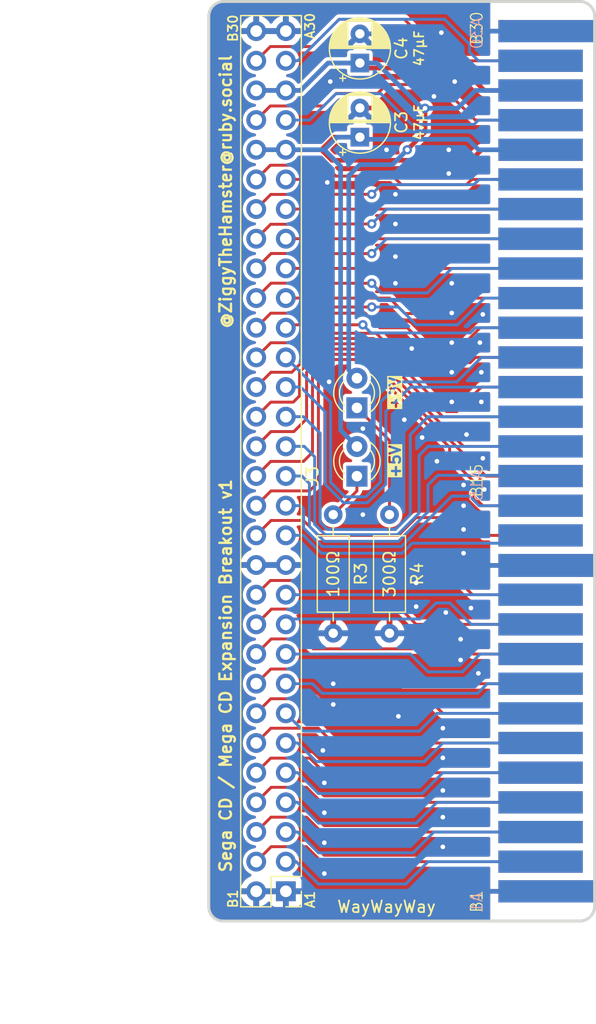
<source format=kicad_pcb>
(kicad_pcb (version 20221018) (generator pcbnew)
  (title_block (title "Sega CD / Mega CD Expansion Breakout") (date "2023-12-05") (rev "1") (company "@ZiggyTheHamster@ruby.social"))
  (layers (0 "F.Cu" signal) (31 "B.Cu" signal) (34 "B.Paste" user) (35 "F.Paste" user) (36 "B.SilkS" user "B.Silkscreen") (37 "F.SilkS" user "F.Silkscreen") (38 "B.Mask" user) (39 "F.Mask" user) (44 "Edge.Cuts" user))
  (net 0 "")
  (net 1 "VCC")
  (net 2 "+9V")
  (net 3 "Net-(D3-K)")
  (net 4 "Net-(D4-K)")
  (net 5 "A_{9}")
  (net 6 "A_{10}")
  (net 7 "A_{18}")
  (net 8 "A_{19}")
  (net 9 "~{ROM}")
  (net 10 "~{RAS2}")
  (net 11 "~{FDC}")
  (net 12 "FRES")
  (net 13 "~{DISK}")
  (net 14 "~{FDWR}")
  (net 15 "~{CAS0}")
  (net 16 "~{CAS2}")
  (net 17 "D_{15}")
  (net 18 "D_{14}")
  (net 19 "D_{13}")
  (net 20 "D_{12}")
  (net 21 "~{ASEL}")
  (net 22 "~{LWR}")
  (net 23 "~{UWR}")
  (net 24 "SL2")
  (net 25 "SR2")
  (net 26 "A_{8}")
  (net 27 "A_{11}")
  (net 28 "A_{7}")
  (net 29 "A_{12}")
  (net 30 "A_{6}")
  (net 31 "A_{13}")
  (net 32 "A_{5}")
  (net 33 "A_{14}")
  (net 34 "A_{4}")
  (net 35 "A_{15}")
  (net 36 "A_{3}")
  (net 37 "A_{16}")
  (net 38 "A_{2}")
  (net 39 "A_{17}")
  (net 40 "A_{1}")
  (net 41 "D_{7}")
  (net 42 "D_{0}")
  (net 43 "D_{8}")
  (net 44 "D_{6}")
  (net 45 "D_{1}")
  (net 46 "D_{9}")
  (net 47 "D_{5}")
  (net 48 "D_{2}")
  (net 49 "D_{10}")
  (net 50 "D_{4}")
  (net 51 "D_{3}")
  (net 52 "D_{11}")
  (net 53 "SL3")
  (net 54 "SR3")
  (net 55 "GND")
  (footprint "Sega:PinHeader_2x30_P2.54mm_Vertical_AB_Numbering" (layer "F.Cu") (at 96.266 136.139 180)
    (fp_text reference "J3")
    (fp_text value "Mega CD Header")
  )
  (footprint "LED_THT:LED_D3.0mm" (layer "F.Cu") (at 102.362 94.742 90)
    (fp_text reference "D4" hide)
    (fp_text value "+9V Indicator")
  )
  (footprint "Resistor_THT:R_Axial_DIN0207_L6.3mm_D2.5mm_P10.16mm_Horizontal" (layer "F.Cu") (at 100.33 103.886 -90)
    (fp_text reference "R3")
    (fp_text value "100Ω")
  )
  (footprint "LED_THT:LED_D3.0mm" (layer "F.Cu") (at 102.362 100.594 90)
    (fp_text reference "D3" hide)
    (fp_text value "+5V Indicator")
  )
  (footprint "Capacitor_THT:CP_Radial_D5.0mm_P2.50mm" (layer "F.Cu") (at 102.616 71.563113 90)
    (fp_text reference "C3")
    (fp_text value "47μF")
  )
  (footprint "Sega:MegaDrive_Exp_Edge" (layer "F.Cu") (at 118.3005 136.144 90)
    (fp_text reference "J4" hide)
    (fp_text value "Mega CD Edge Connector" hide)
    (fp_line (start -2.54 -4.445) (end -2.54 3.175) (stroke (width 0.254)) (layer "Edge.Cuts"))
    (fp_line (start -1.27 4.445) (end 74.93 4.445) (stroke (width 0.254)) (layer "Edge.Cuts"))
    (fp_line (start 76.2 3.175) (end 76.2 -4.445) (stroke (width 0.254)) (layer "Edge.Cuts"))
    (fp_arc (start -1.27 4.445) (mid -2.168026 4.073026) (end -2.54 3.175) (stroke (width 0.254)) (layer "Edge.Cuts"))
    (fp_arc (start 76.2 3.175) (mid 75.828026 4.073026) (end 74.93 4.445) (stroke (width 0.254)) (layer "Edge.Cuts"))
  )
  (footprint "Capacitor_THT:CP_Radial_D5.0mm_P2.50mm" (layer "F.Cu") (at 102.616 65.213113 90)
    (fp_text reference "C4")
    (fp_text value "47μF")
  )
  (footprint "Resistor_THT:R_Axial_DIN0207_L6.3mm_D2.5mm_P10.16mm_Horizontal" (layer "F.Cu") (at 105.156 103.886 -90)
    (fp_text reference "R4")
    (fp_text value "300Ω")
  )
  (gr_line (start 89.662 61.214) (end 89.662 137.457636) (stroke (width 0.253)) (layer "Edge.Cuts"))
  (gr_line (start 113.8555 138.684) (end 90.888591 138.684) (stroke (width 0.25)) (layer "Edge.Cuts"))
  (gr_line (start 113.8555 59.944) (end 90.932 59.944) (stroke (width 0.25)) (layer "Edge.Cuts"))
  (gr_arc (start 89.662 61.214) (mid 90.033975 60.315976) (end 90.932 59.944) (stroke (width 0.25)) (layer "Edge.Cuts"))
  (gr_arc (start 90.888591 138.684) (mid 90.021311 138.324848) (end 89.662 137.457636) (stroke (width 0.25)) (layer "Edge.Cuts"))
  (gr_text "A30" (at 98.806 63.246 90) (layer "F.SilkS") (effects (font (size 0.8 0.8) (thickness 0.15) bold) (justify left bottom)))
  (gr_text "WayWayWay" (at 100.584 138.049) (layer "F.SilkS") (effects (font (size 1 1)) (justify left bottom)))
  (gr_text "Sega CD / Mega CD Expansion Breakout v1                 @ZiggyTheHamster@ruby.social" (at 91.694 134.62 90) (layer "F.SilkS") (effects (font (size 1 1) (thickness 0.2) bold) (justify left bottom)))
  (gr_text "B30" (at 92.202 63.5 90) (layer "F.SilkS") (effects (font (size 0.8 0.8) (thickness 0.15) bold) (justify left bottom)))
  (gr_text "B1" (at 92.202 137.668 90) (layer "F.SilkS") (effects (font (size 0.8 0.8) (thickness 0.15) bold) (justify left bottom)))
  (gr_text "A1" (at 98.806 137.668 90) (layer "F.SilkS") (effects (font (size 0.8 0.8) (thickness 0.15) bold) (justify left bottom)))
  (gr_text "+5V" (at 106.172 100.838 90) (layer "F.SilkS" knockout) (effects (font (size 0.9 0.9) (thickness 0.2) bold) (justify left bottom)))
  (gr_text "+9V" (at 106.172 94.996 90) (layer "F.SilkS" knockout) (effects (font (size 0.9 0.9) (thickness 0.2) bold) (justify left bottom)))
  (segment (start 121.158 72.644) (end 114.554 72.644) (width 0.4) (layer "F.Cu") (net 1))
  (segment (start 118.11 72.644) (end 113.041 72.644) (width 0.4) (layer "F.Cu") (net 1))
  (segment (start 99.314 72.644) (end 96.271 72.644) (width 0.4) (layer "F.Cu") (net 1))
  (segment (start 100.33 71.628) (end 99.314 72.644) (width 0.4) (layer "F.Cu") (net 1))
  (segment (start 113.041 72.644) (end 112.141 73.544) (width 0.4) (layer "F.Cu") (net 1))
  (segment (start 100.214 73.544) (end 99.314 72.644) (width 0.4) (layer "F.Cu") (net 1))
  (segment (start 112.141 73.544) (end 100.214 73.544) (width 0.4) (layer "F.Cu") (net 1))
  (segment (start 100.394887 71.563113) (end 100.33 71.628) (width 0.4) (layer "F.Cu") (net 1))
  (segment (start 102.616 71.563113) (end 100.394887 71.563113) (width 0.4) (layer "F.Cu") (net 1))
  (segment (start 100.962 74.168) (end 100.962 74.033) (width 0.4) (layer "B.Cu") (net 1))
  (segment (start 100.962 74.168) (end 100.962 96.654) (width 0.4) (layer "B.Cu") (net 1))
  (segment (start 100.962 74.033) (end 99.568 72.639) (width 0.4) (layer "B.Cu") (net 1))
  (segment (start 118.11 72.644) (end 112.787 72.644) (width 0.4) (layer "B.Cu") (net 1))
  (segment (start 121.153 72.639) (end 114.803 72.639) (width 0.4) (layer "B.Cu") (net 1))
  (segment (start 100.643887 71.563113) (end 99.568 72.639) (width 0.4) (layer "B.Cu") (net 1))
  (segment (start 96.266 72.639) (end 93.726 72.639) (width 0.4) (layer "B.Cu") (net 1))
  (segment (start 96.266 72.639) (end 99.568 72.639) (width 0.4) (layer "B.Cu") (net 1))
  (segment (start 100.962 96.654) (end 102.362 98.054) (width 0.4) (layer "B.Cu") (net 1))
  (segment (start 103.008 71.744) (end 111.887 71.744) (width 0.4) (layer "B.Cu") (net 1))
  (segment (start 102.616 71.563113) (end 100.643887 71.563113) (width 0.4) (layer "B.Cu") (net 1))
  (segment (start 112.787 72.644) (end 111.887 71.744) (width 0.4) (layer "B.Cu") (net 1))
  (segment (start 97.531 67.559) (end 96.266 67.559) (width 0.4) (layer "F.Cu") (net 2))
  (segment (start 108.204 69.088) (end 108.204 71.12) (width 0.4) (layer "F.Cu") (net 2))
  (segment (start 108.204 71.12) (end 106.68 72.644) (width 0.4) (layer "F.Cu") (net 2))
  (segment (start 96.266 67.559) (end 93.726 67.559) (width 0.4) (layer "F.Cu") (net 2))
  (segment (start 99.886887 65.213113) (end 97.536 67.564) (width 0.4) (layer "F.Cu") (net 2))
  (segment (start 111.369 65.649) (end 113.284 67.564) (width 0.4) (layer "F.Cu") (net 2))
  (segment (start 103.051887 65.649) (end 111.369 65.649) (width 0.4) (layer "F.Cu") (net 2))
  (segment (start 121.158 67.564) (end 115.57 67.564) (width 0.4) (layer "F.Cu") (net 2))
  (segment (start 97.536 67.564) (end 97.531 67.559) (width 0.4) (layer "F.Cu") (net 2))
  (segment (start 113.284 67.564) (end 118.11 67.564) (width 0.4) (layer "F.Cu") (net 2))
  (segment (start 102.616 65.213113) (end 103.051887 65.649) (width 0.4) (layer "F.Cu") (net 2))
  (segment (start 102.616 65.213113) (end 99.886887 65.213113) (width 0.4) (layer "F.Cu") (net 2))
  (via (at 108.204 69.088) (size 0.8) (drill 0.4) (layers "F.Cu" "B.Cu") (net 2))
  (via (at 106.68 72.644) (size 0.8) (drill 0.4) (layers "F.Cu" "B.Cu") (net 2))
  (segment (start 97.536 67.564) (end 97.531 67.559) (width 0.4) (layer "B.Cu") (net 2))
  (segment (start 104.075113 65.213113) (end 107.95 69.088) (width 0.4) (layer "B.Cu") (net 2))
  (segment (start 101.662 74.868) (end 101.662 91.502) (width 0.4) (layer "B.Cu") (net 2))
  (segment (start 106.68 72.644) (end 105.41 73.914) (width 0.4) (layer "B.Cu") (net 2))
  (segment (start 121.158 67.564) (end 112.522 67.564) (width 0.4) (layer "B.Cu") (net 2))
  (segment (start 99.886887 65.213113) (end 97.536 67.564) (width 0.4) (layer "B.Cu") (net 2))
  (segment (start 101.662 91.502) (end 102.362 92.202) (width 0.4) (layer "B.Cu") (net 2))
  (segment (start 112.522 67.564) (end 110.998 69.088) (width 0.4) (layer "B.Cu") (net 2))
  (segment (start 97.531 67.559) (end 93.726 67.559) (width 0.4) (layer "B.Cu") (net 2))
  (segment (start 102.616 65.213113) (end 99.886887 65.213113) (width 0.4) (layer "B.Cu") (net 2))
  (segment (start 105.41 73.914) (end 102.616 73.914) (width 0.4) (layer "B.Cu") (net 2))
  (segment (start 110.998 69.088) (end 108.204 69.088) (width 0.4) (layer "B.Cu") (net 2))
  (segment (start 102.616 65.213113) (end 104.075113 65.213113) (width 0.4) (layer "B.Cu") (net 2))
  (segment (start 102.616 73.914) (end 101.662 74.868) (width 0.4) (layer "B.Cu") (net 2))
  (segment (start 107.95 69.088) (end 108.204 69.088) (width 0.4) (layer "B.Cu") (net 2))
  (segment (start 102.362 101.854) (end 100.33 103.886) (width 0.25) (layer "F.Cu") (net 3))
  (segment (start 102.362 100.594) (end 102.362 101.854) (width 0.25) (layer "F.Cu") (net 3))
  (segment (start 102.362 94.742) (end 105.156 97.536) (width 0.25) (layer "F.Cu") (net 4))
  (segment (start 105.156 97.536) (end 105.156 103.886) (width 0.25) (layer "F.Cu") (net 4))
  (segment (start 110.236 108.712) (end 99.408656 108.712) (width 0.25) (layer "F.Cu") (net 5))
  (segment (start 116.332 110.744) (end 121.158 110.744) (width 0.25) (layer "F.Cu") (net 5))
  (segment (start 118.11 110.744) (end 112.268 110.744) (width 0.25) (layer "F.Cu") (net 5))
  (segment (start 115.57 111.506) (end 116.332 110.744) (width 0.25) (layer "F.Cu") (net 5))
  (segment (start 112.268 110.744) (end 110.236 108.712) (width 0.25) (layer "F.Cu") (net 5))
  (segment (start 98.597116 109.52354) (end 94.94146 109.52354) (width 0.25) (layer "F.Cu") (net 5))
  (segment (start 99.408656 108.712) (end 98.597116 109.52354) (width 0.25) (layer "F.Cu") (net 5))
  (segment (start 94.94146 109.52354) (end 93.726 110.739) (width 0.25) (layer "F.Cu") (net 5))
  (segment (start 105.918 105.664) (end 99.06 105.664) (width 0.25) (layer "F.Cu") (net 6))
  (segment (start 99.06 105.664) (end 97.781891 104.385891) (width 0.25) (layer "F.Cu") (net 6))
  (segment (start 118.11 105.664) (end 113.284 105.664) (width 0.25) (layer "F.Cu") (net 6))
  (segment (start 94.999109 104.385891) (end 93.726 105.659) (width 0.25) (layer "F.Cu") (net 6))
  (segment (start 111.76 104.14) (end 107.442 104.14) (width 0.25) (layer "F.Cu") (net 6))
  (segment (start 97.781891 104.385891) (end 94.999109 104.385891) (width 0.25) (layer "F.Cu") (net 6))
  (segment (start 116.332 105.664) (end 121.158 105.664) (width 0.25) (layer "F.Cu") (net 6))
  (segment (start 113.284 105.664) (end 111.76 104.14) (width 0.25) (layer "F.Cu") (net 6))
  (segment (start 107.442 104.14) (end 105.918 105.664) (width 0.25) (layer "F.Cu") (net 6))
  (segment (start 111.76 75.629) (end 106.172 75.629) (width 0.25) (layer "F.Cu") (net 7))
  (segment (start 100.5525 74.8985) (end 99.618153 73.964153) (width 0.25) (layer "F.Cu") (net 7))
  (segment (start 112.205 75.184) (end 111.76 75.629) (width 0.25) (layer "F.Cu") (net 7))
  (segment (start 94.940847 73.964153) (end 93.726 75.179) (width 0.25) (layer "F.Cu") (net 7))
  (segment (start 105.4415 74.8985) (end 100.5525 74.8985) (width 0.25) (layer "F.Cu") (net 7))
  (segment (start 121.158 75.184) (end 114.046 75.184) (width 0.25) (layer "F.Cu") (net 7))
  (segment (start 106.172 75.629) (end 105.4415 74.8985) (width 0.25) (layer "F.Cu") (net 7))
  (segment (start 99.618153 73.964153) (end 94.940847 73.964153) (width 0.25) (layer "F.Cu") (net 7))
  (segment (start 118.11 75.184) (end 112.205 75.184) (width 0.25) (layer "F.Cu") (net 7))
  (segment (start 99.07 135.519) (end 97.15 133.599) (width 0.25) (layer "B.Cu") (net 8))
  (segment (start 97.15 133.599) (end 96.266 133.599) (width 0.25) (layer "B.Cu") (net 8))
  (segment (start 121.158 133.604) (end 108.458 133.604) (width 0.25) (layer "B.Cu") (net 8))
  (segment (start 108.458 133.604) (end 106.543 135.519) (width 0.25) (layer "B.Cu") (net 8))
  (segment (start 106.543 135.519) (end 99.07 135.519) (width 0.25) (layer "B.Cu") (net 8))
  (segment (start 99.06 86.106) (end 98.293 85.339) (width 0.25) (layer "F.Cu") (net 9))
  (segment (start 98.293 85.339) (end 96.266 85.339) (width 0.25) (layer "F.Cu") (net 9))
  (segment (start 103.632 86.106) (end 99.06 86.106) (width 0.25) (layer "F.Cu") (net 9))
  (via (at 103.632 86.106) (size 0.8) (drill 0.4) (layers "F.Cu" "B.Cu") (net 9))
  (segment (start 110.998 87.63) (end 113.284 85.344) (width 0.25) (layer "B.Cu") (net 9))
  (segment (start 103.632 86.106) (end 105.918 86.106) (width 0.25) (layer "B.Cu") (net 9))
  (segment (start 107.442 87.63) (end 110.998 87.63) (width 0.25) (layer "B.Cu") (net 9))
  (segment (start 105.918 86.106) (end 107.442 87.63) (width 0.25) (layer "B.Cu") (net 9))
  (segment (start 113.284 85.344) (end 121.158 85.344) (width 0.25) (layer "B.Cu") (net 9))
  (segment (start 98.801 80.259) (end 100.076 81.534) (width 0.25) (layer "F.Cu") (net 10))
  (segment (start 100.076 81.534) (end 103.632 81.534) (width 0.25) (layer "F.Cu") (net 10))
  (segment (start 96.266 80.259) (end 98.801 80.259) (width 0.25) (layer "F.Cu") (net 10))
  (via (at 103.632 81.534) (size 0.8) (drill 0.4) (layers "F.Cu" "B.Cu") (net 10))
  (segment (start 104.902 80.264) (end 103.632 81.534) (width 0.25) (layer "B.Cu") (net 10))
  (segment (start 121.158 80.264) (end 104.902 80.264) (width 0.25) (layer "B.Cu") (net 10))
  (segment (start 99.70001 78.994) (end 98.42501 77.719) (width 0.25) (layer "F.Cu") (net 11))
  (segment (start 98.42501 77.719) (end 96.266 77.719) (width 0.25) (layer "F.Cu") (net 11))
  (segment (start 103.632 78.994) (end 99.70001 78.994) (width 0.25) (layer "F.Cu") (net 11))
  (via (at 103.632 78.994) (size 0.8) (drill 0.4) (layers "F.Cu" "B.Cu") (net 11))
  (segment (start 104.902 77.724) (end 103.632 78.994) (width 0.25) (layer "B.Cu") (net 11))
  (segment (start 121.158 77.724) (end 104.902 77.724) (width 0.25) (layer "B.Cu") (net 11))
  (segment (start 99.568 76.454) (end 103.632 76.454) (width 0.25) (layer "F.Cu") (net 12))
  (segment (start 98.293 75.179) (end 96.266 75.179) (width 0.25) (layer "F.Cu") (net 12))
  (segment (start 98.293 75.179) (end 99.568 76.454) (width 0.25) (layer "F.Cu") (net 12))
  (via (at 103.632 76.454) (size 0.8) (drill 0.4) (layers "F.Cu" "B.Cu") (net 12))
  (segment (start 103.632 76.454) (end 104.457 75.629) (width 0.25) (layer "B.Cu") (net 12))
  (segment (start 114.046 75.184) (end 121.158 75.184) (width 0.25) (layer "B.Cu") (net 12))
  (segment (start 118.11 75.184) (end 112.84 75.184) (width 0.25) (layer "B.Cu") (net 12))
  (segment (start 104.457 75.629) (end 112.395 75.629) (width 0.25) (layer "B.Cu") (net 12))
  (segment (start 112.84 75.184) (end 112.395 75.629) (width 0.25) (layer "B.Cu") (net 12))
  (segment (start 93.726 133.599) (end 95.005469 132.319531) (width 0.25) (layer "F.Cu") (net 13))
  (segment (start 98.029531 132.319531) (end 99.314 133.604) (width 0.25) (layer "F.Cu") (net 13))
  (segment (start 95.005469 132.319531) (end 98.029531 132.319531) (width 0.25) (layer "F.Cu") (net 13))
  (segment (start 99.314 133.604) (end 121.158 133.604) (width 0.25) (layer "F.Cu") (net 13))
  (segment (start 98.214882 76.465538) (end 99.473344 77.724) (width 0.25) (layer "F.Cu") (net 14))
  (segment (start 99.473344 77.724) (end 121.158 77.724) (width 0.25) (layer "F.Cu") (net 14))
  (segment (start 93.726 77.719) (end 94.979462 76.465538) (width 0.25) (layer "F.Cu") (net 14))
  (segment (start 94.979462 76.465538) (end 98.214882 76.465538) (width 0.25) (layer "F.Cu") (net 14))
  (segment (start 97.277 131.059) (end 99.06 132.842) (width 0.25) (layer "B.Cu") (net 15))
  (segment (start 107.188 132.842) (end 108.966 131.064) (width 0.25) (layer "B.Cu") (net 15))
  (segment (start 96.266 131.059) (end 97.277 131.059) (width 0.25) (layer "B.Cu") (net 15))
  (segment (start 121.158 131.064) (end 108.966 131.064) (width 0.25) (layer "B.Cu") (net 15))
  (segment (start 99.06 132.842) (end 107.188 132.842) (width 0.25) (layer "B.Cu") (net 15))
  (segment (start 94.96427 79.02073) (end 98.832731 79.02073) (width 0.25) (layer "F.Cu") (net 16))
  (segment (start 93.726 80.259) (end 94.96427 79.02073) (width 0.25) (layer "F.Cu") (net 16))
  (segment (start 100.076 80.264) (end 121.158 80.264) (width 0.25) (layer "F.Cu") (net 16))
  (segment (start 98.832731 79.02073) (end 100.076 80.264) (width 0.25) (layer "F.Cu") (net 16))
  (segment (start 102.87 87.63) (end 96.52 87.63) (width 0.25) (layer "F.Cu") (net 17))
  (via (at 102.87 87.63) (size 0.8) (drill 0.4) (layers "F.Cu" "B.Cu") (net 17))
  (segment (start 103.569 88.329) (end 112.077 88.329) (width 0.25) (layer "B.Cu") (net 17))
  (segment (start 112.077 88.329) (end 112.522 87.884) (width 0.25) (layer "B.Cu") (net 17))
  (segment (start 102.87 87.63) (end 103.569 88.329) (width 0.25) (layer "B.Cu") (net 17))
  (segment (start 121.158 87.884) (end 112.522 87.884) (width 0.25) (layer "B.Cu") (net 17))
  (segment (start 100.105 101.121) (end 101.346 102.362) (width 0.25) (layer "B.Cu") (net 18))
  (segment (start 106.109 92.519) (end 110.935 92.519) (width 0.25) (layer "B.Cu") (net 18))
  (segment (start 96.266 90.419) (end 100.105 94.258) (width 0.25) (layer "B.Cu") (net 18))
  (segment (start 110.935 92.519) (end 113.03 90.424) (width 0.25) (layer "B.Cu") (net 18))
  (segment (start 113.03 90.424) (end 121.158 90.424) (width 0.25) (layer "B.Cu") (net 18))
  (segment (start 104.394 101.092) (end 104.394 94.234) (width 0.25) (layer "B.Cu") (net 18))
  (segment (start 101.346 102.362) (end 103.124 102.362) (width 0.25) (layer "B.Cu") (net 18))
  (segment (start 103.124 102.362) (end 104.394 101.092) (width 0.25) (layer "B.Cu") (net 18))
  (segment (start 100.105 94.258) (end 100.105 101.121) (width 0.25) (layer "B.Cu") (net 18))
  (segment (start 104.394 94.234) (end 106.109 92.519) (width 0.25) (layer "B.Cu") (net 18))
  (segment (start 114.295 92.969) (end 106.929 92.969) (width 0.25) (layer "B.Cu") (net 19))
  (segment (start 104.844 95.054) (end 104.844 101.278396) (width 0.25) (layer "B.Cu") (net 19))
  (segment (start 103.252396 102.87) (end 101.217604 102.87) (width 0.25) (layer "B.Cu") (net 19))
  (segment (start 101.217604 102.87) (end 99.655 101.307396) (width 0.25) (layer "B.Cu") (net 19))
  (segment (start 97.531 92.959) (end 96.266 92.959) (width 0.25) (layer "B.Cu") (net 19))
  (segment (start 99.655 101.307396) (end 99.655 95.083) (width 0.25) (layer "B.Cu") (net 19))
  (segment (start 104.844 101.278396) (end 103.252396 102.87) (width 0.25) (layer "B.Cu") (net 19))
  (segment (start 114.3 92.964) (end 114.295 92.969) (width 0.25) (layer "B.Cu") (net 19))
  (segment (start 106.929 92.969) (end 104.844 95.054) (width 0.25) (layer "B.Cu") (net 19))
  (segment (start 121.158 92.964) (end 114.3 92.964) (width 0.25) (layer "B.Cu") (net 19))
  (segment (start 99.655 95.083) (end 97.531 92.959) (width 0.25) (layer "B.Cu") (net 19))
  (segment (start 108.458 95.504) (end 121.158 95.504) (width 0.25) (layer "B.Cu") (net 20))
  (segment (start 96.266 95.499) (end 97.785 95.499) (width 0.25) (layer "B.Cu") (net 20))
  (segment (start 99.205 96.919) (end 99.205 104.539) (width 0.25) (layer "B.Cu") (net 20))
  (segment (start 106.934 97.028) (end 108.458 95.504) (width 0.25) (layer "B.Cu") (net 20))
  (segment (start 97.785 95.499) (end 99.205 96.919) (width 0.25) (layer "B.Cu") (net 20))
  (segment (start 118.11 95.504) (end 108.458 95.504) (width 0.25) (layer "B.Cu") (net 20))
  (segment (start 99.822 105.156) (end 105.664 105.156) (width 0.25) (layer "B.Cu") (net 20))
  (segment (start 105.664 105.156) (end 106.934 103.886) (width 0.25) (layer "B.Cu") (net 20))
  (segment (start 99.205 104.539) (end 99.822 105.156) (width 0.25) (layer "B.Cu") (net 20))
  (segment (start 106.934 103.886) (end 106.934 97.028) (width 0.25) (layer "B.Cu") (net 20))
  (segment (start 103.632 84.074) (end 99.568 84.074) (width 0.25) (layer "F.Cu") (net 21))
  (segment (start 98.293 82.799) (end 96.266 82.799) (width 0.25) (layer "F.Cu") (net 21))
  (segment (start 99.568 84.074) (end 98.293 82.799) (width 0.25) (layer "F.Cu") (net 21))
  (via (at 103.632 84.074) (size 0.8) (drill 0.4) (layers "F.Cu" "B.Cu") (net 21))
  (segment (start 110.49 82.804) (end 108.395 84.899) (width 0.25) (layer "B.Cu") (net 21))
  (segment (start 108.395 84.899) (end 104.457 84.899) (width 0.25) (layer "B.Cu") (net 21))
  (segment (start 104.457 84.899) (end 103.632 84.074) (width 0.25) (layer "B.Cu") (net 21))
  (segment (start 121.158 82.804) (end 110.49 82.804) (width 0.25) (layer "B.Cu") (net 21))
  (segment (start 105.156 85.344) (end 106.477637 86.665637) (width 0.25) (layer "F.Cu") (net 22))
  (segment (start 106.477637 86.665637) (end 109.271637 86.665637) (width 0.25) (layer "F.Cu") (net 22))
  (segment (start 99.568 85.344) (end 105.156 85.344) (width 0.25) (layer "F.Cu") (net 22))
  (segment (start 94.999655 84.065345) (end 98.289345 84.065345) (width 0.25) (layer "F.Cu") (net 22))
  (segment (start 93.726 85.339) (end 94.999655 84.065345) (width 0.25) (layer "F.Cu") (net 22))
  (segment (start 98.289345 84.065345) (end 99.568 85.344) (width 0.25) (layer "F.Cu") (net 22))
  (segment (start 109.271637 86.665637) (end 110.593273 85.344) (width 0.25) (layer "F.Cu") (net 22))
  (segment (start 110.593273 85.344) (end 121.158 85.344) (width 0.25) (layer "F.Cu") (net 22))
  (segment (start 93.726 82.799) (end 95.001074 81.523926) (width 0.25) (layer "F.Cu") (net 23))
  (segment (start 95.001074 81.523926) (end 98.287926 81.523926) (width 0.25) (layer "F.Cu") (net 23))
  (segment (start 99.568 82.804) (end 121.158 82.804) (width 0.25) (layer "F.Cu") (net 23))
  (segment (start 98.287926 81.523926) (end 99.568 82.804) (width 0.25) (layer "F.Cu") (net 23))
  (segment (start 100.838 61.468) (end 98.502057 63.803943) (width 0.25) (layer "F.Cu") (net 24))
  (segment (start 106.426 61.468) (end 100.838 61.468) (width 0.25) (layer "F.Cu") (net 24))
  (segment (start 98.502057 63.803943) (end 94.941057 63.803943) (width 0.25) (layer "F.Cu") (net 24))
  (segment (start 116.078 65.024) (end 121.158 65.024) (width 0.25) (layer "F.Cu") (net 24))
  (segment (start 109.982 65.024) (end 106.426 61.468) (width 0.25) (layer "F.Cu") (net 24))
  (segment (start 118.11 65.024) (end 109.982 65.024) (width 0.25) (layer "F.Cu") (net 24))
  (segment (start 94.941057 63.803943) (end 93.726 65.019) (width 0.25) (layer "F.Cu") (net 24))
  (segment (start 112.776 65.024) (end 118.11 65.024) (width 0.25) (layer "B.Cu") (net 25))
  (segment (start 97.287 65.019) (end 96.266 65.019) (width 0.25) (layer "B.Cu") (net 25))
  (segment (start 112.776 65.024) (end 112.014 64.262) (width 0.25) (layer "B.Cu") (net 25))
  (segment (start 121.158 65.024) (end 116.332 65.024) (width 0.25) (layer "B.Cu") (net 25))
  (segment (start 112.014 64.262) (end 112.014 63.603273) (width 0.25) (layer "B.Cu") (net 25))
  (segment (start 100.838 61.468) (end 97.287 65.019) (width 0.25) (layer "B.Cu") (net 25))
  (segment (start 100.838 61.468) (end 109.878727 61.468) (width 0.25) (layer "B.Cu") (net 25))
  (segment (start 109.878727 61.468) (end 112.014 63.603273) (width 0.25) (layer "B.Cu") (net 25))
  (segment (start 93.726 113.279) (end 95.03235 111.97265) (width 0.25) (layer "F.Cu") (net 26))
  (segment (start 95.03235 111.97265) (end 106.13065 111.97265) (width 0.25) (layer "F.Cu") (net 26))
  (segment (start 106.13065 111.97265) (end 107.442 113.284) (width 0.25) (layer "F.Cu") (net 26))
  (segment (start 107.442 113.284) (end 121.158 113.284) (width 0.25) (layer "F.Cu") (net 26))
  (segment (start 118.11 103.124) (end 113.157 103.124) (width 0.25) (layer "F.Cu") (net 27))
  (segment (start 102.794208 90.605) (end 100.408584 90.605) (width 0.25) (layer "F.Cu") (net 27))
  (segment (start 112.393604 102.360604) (end 112.393604 101.066877) (width 0.25) (layer "F.Cu") (net 27))
  (segment (start 110.311363 98.984637) (end 110.311363 98.122155) (width 0.25) (layer "F.Cu") (net 27))
  (segment (start 99.06 101.092) (end 98.298 101.854) (width 0.25) (layer "F.Cu") (net 27))
  (segment (start 98.298 101.854) (end 94.991 101.854) (width 0.25) (layer "F.Cu") (net 27))
  (segment (start 112.393604 101.066877) (end 110.311363 98.984637) (width 0.25) (layer "F.Cu") (net 27))
  (segment (start 110.311363 98.122155) (end 102.794208 90.605) (width 0.25) (layer "F.Cu") (net 27))
  (segment (start 94.991 101.854) (end 93.726 103.119) (width 0.25) (layer "F.Cu") (net 27))
  (segment (start 100.408584 90.605) (end 99.06 91.953584) (width 0.25) (layer "F.Cu") (net 27))
  (segment (start 121.158 103.124) (end 115.313208 103.124) (width 0.25) (layer "F.Cu") (net 27))
  (segment (start 99.06 91.953584) (end 99.06 101.092) (width 0.25) (layer "F.Cu") (net 27))
  (segment (start 113.157 103.124) (end 112.393604 102.360604) (width 0.25) (layer "F.Cu") (net 27))
  (segment (start 97.766565 114.530565) (end 95.014435 114.530565) (width 0.25) (layer "F.Cu") (net 28))
  (segment (start 95.014435 114.530565) (end 93.726 115.819) (width 0.25) (layer "F.Cu") (net 28))
  (segment (start 112.332 115.824) (end 111.887 115.379) (width 0.25) (layer "F.Cu") (net 28))
  (segment (start 98.615 115.379) (end 97.766565 114.530565) (width 0.25) (layer "F.Cu") (net 28))
  (segment (start 121.158 115.824) (end 112.332 115.824) (width 0.25) (layer "F.Cu") (net 28))
  (segment (start 111.887 115.379) (end 98.615 115.379) (width 0.25) (layer "F.Cu") (net 28))
  (segment (start 113.409604 100.584) (end 121.158 100.584) (width 0.25) (layer "F.Cu") (net 29))
  (segment (start 113.409604 100.584) (end 102.980604 90.155) (width 0.25) (layer "F.Cu") (net 29))
  (segment (start 98.552 98.552) (end 97.774986 99.329014) (width 0.25) (layer "F.Cu") (net 29))
  (segment (start 113.409604 100.584) (end 118.11 100.584) (width 0.25) (layer "F.Cu") (net 29))
  (segment (start 97.774986 99.329014) (end 94.975986 99.329014) (width 0.25) (layer "F.Cu") (net 29))
  (segment (start 100.222188 90.155) (end 98.552 91.825188) (width 0.25) (layer "F.Cu") (net 29))
  (segment (start 98.552 91.825188) (end 98.552 98.552) (width 0.25) (layer "F.Cu") (net 29))
  (segment (start 102.980604 90.155) (end 100.222188 90.155) (width 0.25) (layer "F.Cu") (net 29))
  (segment (start 94.975986 99.329014) (end 93.726 100.579) (width 0.25) (layer "F.Cu") (net 29))
  (segment (start 105.072343 117.104999) (end 106.331344 118.364) (width 0.25) (layer "F.Cu") (net 30))
  (segment (start 93.726 118.359) (end 94.980001 117.104999) (width 0.25) (layer "F.Cu") (net 30))
  (segment (start 106.331344 118.364) (end 121.158 118.364) (width 0.25) (layer "F.Cu") (net 30))
  (segment (start 94.980001 117.104999) (end 105.072343 117.104999) (width 0.25) (layer "F.Cu") (net 30))
  (segment (start 94.991 96.774) (end 96.955252 96.774) (width 0.25) (layer "F.Cu") (net 31))
  (segment (start 98.045396 91.695396) (end 100.035792 89.705) (width 0.25) (layer "F.Cu") (net 31))
  (segment (start 103.167 89.705) (end 111.506 98.044) (width 0.25) (layer "F.Cu") (net 31))
  (segment (start 93.726 98.039) (end 94.991 96.774) (width 0.25) (layer "F.Cu") (net 31))
  (segment (start 96.955252 96.774) (end 98.045396 95.683856) (width 0.25) (layer "F.Cu") (net 31))
  (segment (start 100.035792 89.705) (end 103.167 89.705) (width 0.25) (layer "F.Cu") (net 31))
  (segment (start 111.506 98.044) (end 121.158 98.044) (width 0.25) (layer "F.Cu") (net 31))
  (segment (start 98.045396 95.683856) (end 98.045396 91.695396) (width 0.25) (layer "F.Cu") (net 31))
  (segment (start 108.966 120.142) (end 109.728 120.904) (width 0.25) (layer "F.Cu") (net 32))
  (segment (start 100.433273 121.412) (end 103.124 121.412) (width 0.25) (layer "F.Cu") (net 32))
  (segment (start 93.726 120.899) (end 94.972308 119.652692) (width 0.25) (layer "F.Cu") (net 32))
  (segment (start 109.728 120.904) (end 121.158 120.904) (width 0.25) (layer "F.Cu") (net 32))
  (segment (start 94.972308 119.652692) (end 98.673965 119.652692) (width 0.25) (layer "F.Cu") (net 32))
  (segment (start 98.673965 119.652692) (end 100.433273 121.412) (width 0.25) (layer "F.Cu") (net 32))
  (segment (start 104.394 120.142) (end 108.966 120.142) (width 0.25) (layer "F.Cu") (net 32))
  (segment (start 103.124 121.412) (end 104.394 120.142) (width 0.25) (layer "F.Cu") (net 32))
  (segment (start 97.441 91.663396) (end 97.441 93.716344) (width 0.25) (layer "F.Cu") (net 33))
  (segment (start 99.849396 89.255) (end 97.441 91.663396) (width 0.25) (layer "F.Cu") (net 33))
  (segment (start 121.158 95.504) (end 114.046 95.504) (width 0.25) (layer "F.Cu") (net 33))
  (segment (start 109.733 95.509) (end 103.479 89.255) (width 0.25) (layer "F.Cu") (net 33))
  (segment (start 114.041 95.509) (end 109.733 95.509) (width 0.25) (layer "F.Cu") (net 33))
  (segment (start 96.905401 94.251943) (end 94.973057 94.251943) (width 0.25) (layer "F.Cu") (net 33))
  (segment (start 114.046 95.504) (end 114.041 95.509) (width 0.25) (layer "F.Cu") (net 33))
  (segment (start 94.973057 94.251943) (end 93.726 95.499) (width 0.25) (layer "F.Cu") (net 33))
  (segment (start 97.441 93.716344) (end 96.905401 94.251943) (width 0.25) (layer "F.Cu") (net 33))
  (segment (start 103.479 89.255) (end 99.849396 89.255) (width 0.25) (layer "F.Cu") (net 33))
  (segment (start 94.991 122.174) (end 93.726 123.439) (width 0.25) (layer "F.Cu") (net 34))
  (segment (start 121.158 123.444) (end 100.33 123.444) (width 0.25) (layer "F.Cu") (net 34))
  (segment (start 100.33 123.444) (end 99.06 122.174) (width 0.25) (layer "F.Cu") (net 34))
  (segment (start 99.06 122.174) (end 94.991 122.174) (width 0.25) (layer "F.Cu") (net 34))
  (segment (start 113.03 92.964) (end 121.158 92.964) (width 0.25) (layer "F.Cu") (net 35))
  (segment (start 94.991 91.694) (end 96.774 91.694) (width 0.25) (layer "F.Cu") (net 35))
  (segment (start 99.663 88.805) (end 103.791 88.805) (width 0.25) (layer "F.Cu") (net 35))
  (segment (start 93.726 92.959) (end 94.991 91.694) (width 0.25) (layer "F.Cu") (net 35))
  (segment (start 110.935 95.059) (end 113.03 92.964) (width 0.25) (layer "F.Cu") (net 35))
  (segment (start 103.791 88.805) (end 110.045 95.059) (width 0.25) (layer "F.Cu") (net 35))
  (segment (start 96.774 91.694) (end 99.663 88.805) (width 0.25) (layer "F.Cu") (net 35))
  (segment (start 110.045 95.059) (end 110.935 95.059) (width 0.25) (layer "F.Cu") (net 35))
  (segment (start 93.726 125.979) (end 94.967976 124.737024) (width 0.25) (layer "F.Cu") (net 36))
  (segment (start 98.321024 124.737024) (end 99.568 125.984) (width 0.25) (layer "F.Cu") (net 36))
  (segment (start 94.967976 124.737024) (end 98.321024 124.737024) (width 0.25) (layer "F.Cu") (net 36))
  (segment (start 99.568 125.984) (end 121.158 125.984) (width 0.25) (layer "F.Cu") (net 36))
  (segment (start 121.158 90.424) (end 112.522 90.424) (width 0.25) (layer "F.Cu") (net 37))
  (segment (start 94.975674 89.169326) (end 98.536674 89.169326) (width 0.25) (layer "F.Cu") (net 37))
  (segment (start 93.726 90.419) (end 94.975674 89.169326) (width 0.25) (layer "F.Cu") (net 37))
  (segment (start 98.536674 89.169326) (end 99.351 88.355) (width 0.25) (layer "F.Cu") (net 37))
  (segment (start 112.522 90.424) (end 112.077 90.869) (width 0.25) (layer "F.Cu") (net 37))
  (segment (start 106.527 90.869) (end 104.013 88.355) (width 0.25) (layer "F.Cu") (net 37))
  (segment (start 99.351 88.355) (end 104.013 88.355) (width 0.25) (layer "F.Cu") (net 37))
  (segment (start 112.077 90.869) (end 106.527 90.869) (width 0.25) (layer "F.Cu") (net 37))
  (segment (start 98.026691 127.236691) (end 99.314 128.524) (width 0.25) (layer "F.Cu") (net 38))
  (segment (start 99.314 128.524) (end 121.158 128.524) (width 0.25) (layer "F.Cu") (net 38))
  (segment (start 93.726 128.519) (end 95.008309 127.236691) (width 0.25) (layer "F.Cu") (net 38))
  (segment (start 95.008309 127.236691) (end 98.026691 127.236691) (width 0.25) (layer "F.Cu") (net 38))
  (segment (start 103.072999 86.635096) (end 94.969904 86.635096) (width 0.25) (layer "F.Cu") (net 39))
  (segment (start 106.68 87.884) (end 104.321903 87.884) (width 0.25) (layer "F.Cu") (net 39))
  (segment (start 121.158 87.884) (end 113.792 87.884) (width 0.25) (layer "F.Cu") (net 39))
  (segment (start 110.640727 90.17) (end 108.966 90.17) (width 0.25) (layer "F.Cu") (net 39))
  (segment (start 112.926727 87.884) (end 110.640727 90.17) (width 0.25) (layer "F.Cu") (net 39))
  (segment (start 118.11 87.884) (end 112.926727 87.884) (width 0.25) (layer "F.Cu") (net 39))
  (segment (start 104.321903 87.884) (end 103.072999 86.635096) (width 0.25) (layer "F.Cu") (net 39))
  (segment (start 94.969904 86.635096) (end 93.726 87.879) (width 0.25) (layer "F.Cu") (net 39))
  (segment (start 108.966 90.17) (end 106.68 87.884) (width 0.25) (layer "F.Cu") (net 39))
  (segment (start 99.314 131.064) (end 121.158 131.064) (width 0.25) (layer "F.Cu") (net 40))
  (segment (start 94.992465 129.792535) (end 98.042535 129.792535) (width 0.25) (layer "F.Cu") (net 40))
  (segment (start 93.726 131.059) (end 94.992465 129.792535) (width 0.25) (layer "F.Cu") (net 40))
  (segment (start 98.042535 129.792535) (end 99.314 131.064) (width 0.25) (layer "F.Cu") (net 40))
  (segment (start 118.11 110.744) (end 109.22 110.744) (width 0.25) (layer "B.Cu") (net 41))
  (segment (start 121.158 110.744) (end 116.332 110.744) (width 0.25) (layer "B.Cu") (net 41))
  (segment (start 109.22 110.744) (end 96.271 110.744) (width 0.25) (layer "B.Cu") (net 41))
  (segment (start 121.158 128.524) (end 109.22 128.524) (width 0.25) (layer "B.Cu") (net 42))
  (segment (start 96.266 128.519) (end 97.277 128.519) (width 0.25) (layer "B.Cu") (net 42))
  (segment (start 97.277 128.519) (end 99.06 130.302) (width 0.25) (layer "B.Cu") (net 42))
  (segment (start 107.442 130.302) (end 109.22 128.524) (width 0.25) (layer "B.Cu") (net 42))
  (segment (start 99.06 130.302) (end 107.442 130.302) (width 0.25) (layer "B.Cu") (net 42))
  (segment (start 106.242396 107.188) (end 99.308416 107.188) (width 0.25) (layer "B.Cu") (net 43))
  (segment (start 107.096198 106.334198) (end 106.242396 107.188) (width 0.25) (layer "B.Cu") (net 43))
  (segment (start 121.158 105.664) (end 115.824 105.664) (width 0.25) (layer "B.Cu") (net 43))
  (segment (start 115.824 105.664) (end 115.153802 106.334198) (width 0.25) (layer "B.Cu") (net 43))
  (segment (start 99.308416 107.188) (end 97.779416 105.659) (width 0.25) (layer "B.Cu") (net 43))
  (segment (start 97.779416 105.659) (end 96.266 105.659) (width 0.25) (layer "B.Cu") (net 43))
  (segment (start 115.153802 106.334198) (end 107.096198 106.334198) (width 0.25) (layer "B.Cu") (net 43))
  (segment (start 109.157396 111.443) (end 107.779396 112.821) (width 0.25) (layer "B.Cu") (net 44))
  (segment (start 112.164728 113.284) (end 110.323727 111.443) (width 0.25) (layer "B.Cu") (net 44))
  (segment (start 96.724 112.821) (end 96.266 113.279) (width 0.25) (layer "B.Cu") (net 44))
  (segment (start 118.11 113.284) (end 112.164728 113.284) (width 0.25) (layer "B.Cu") (net 44))
  (segment (start 121.158 113.284) (end 116.332 113.284) (width 0.25) (layer "B.Cu") (net 44))
  (segment (start 110.323727 111.443) (end 109.157396 111.443) (width 0.25) (layer "B.Cu") (net 44))
  (segment (start 107.779396 112.821) (end 96.724 112.821) (width 0.25) (layer "B.Cu") (net 44))
  (segment (start 96.266 125.979) (end 97.277 125.979) (width 0.25) (layer "B.Cu") (net 45))
  (segment (start 107.95 127.762) (end 109.728 125.984) (width 0.25) (layer "B.Cu") (net 45))
  (segment (start 121.158 125.984) (end 109.728 125.984) (width 0.25) (layer "B.Cu") (net 45))
  (segment (start 97.277 125.979) (end 99.06 127.762) (width 0.25) (layer "B.Cu") (net 45))
  (segment (start 99.06 127.762) (end 107.95 127.762) (width 0.25) (layer "B.Cu") (net 45))
  (segment (start 97.79 105.033188) (end 97.79 103.378) (width 0.25) (layer "B.Cu") (net 46))
  (segment (start 121.158 103.124) (end 114.3 103.124) (width 0.25) (layer "B.Cu") (net 46))
  (segment (start 106.172 106.622) (end 99.378812 106.622) (width 0.25) (layer "B.Cu") (net 46))
  (segment (start 110.495 102.299) (end 106.172 106.622) (width 0.25) (layer "B.Cu") (net 46))
  (segment (start 97.531 103.119) (end 96.266 103.119) (width 0.25) (layer "B.Cu") (net 46))
  (segment (start 112.014 102.299) (end 110.495 102.299) (width 0.25) (layer "B.Cu") (net 46))
  (segment (start 99.378812 106.622) (end 97.79 105.033188) (width 0.25) (layer "B.Cu") (net 46))
  (segment (start 118.11 103.124) (end 112.839 103.124) (width 0.25) (layer "B.Cu") (net 46))
  (segment (start 112.839 103.124) (end 112.014 102.299) (width 0.25) (layer "B.Cu") (net 46))
  (segment (start 97.79 103.378) (end 97.531 103.119) (width 0.25) (layer "B.Cu") (net 46))
  (segment (start 111.402727 117.348) (end 112.926726 115.824) (width 0.25) (layer "B.Cu") (net 47))
  (segment (start 112.926726 115.824) (end 121.158 115.824) (width 0.25) (layer "B.Cu") (net 47))
  (segment (start 96.271 115.824) (end 106.934 115.824) (width 0.25) (layer "B.Cu") (net 47))
  (segment (start 106.934 115.824) (end 108.458 117.348) (width 0.25) (layer "B.Cu") (net 47))
  (segment (start 108.458 117.348) (end 111.402727 117.348) (width 0.25) (layer "B.Cu") (net 47))
  (segment (start 108.141 125.031) (end 109.728 123.444) (width 0.25) (layer "B.Cu") (net 48))
  (segment (start 96.266 123.439) (end 97.277 123.439) (width 0.25) (layer "B.Cu") (net 48))
  (segment (start 109.728 123.444) (end 121.158 123.444) (width 0.25) (layer "B.Cu") (net 48))
  (segment (start 97.277 123.439) (end 98.869 125.031) (width 0.25) (layer "B.Cu") (net 48))
  (segment (start 98.869 125.031) (end 108.141 125.031) (width 0.25) (layer "B.Cu") (net 48))
  (segment (start 118.11 100.584) (end 118.047 100.521) (width 0.25) (layer "B.Cu") (net 49))
  (segment (start 109.283 100.521) (end 108.458 101.346) (width 0.25) (layer "B.Cu") (net 49))
  (segment (start 98.287 104.893792) (end 98.287 101.219) (width 0.25) (layer "B.Cu") (net 49))
  (segment (start 108.458 101.346) (end 108.458 103.634792) (width 0.25) (layer "B.Cu") (net 49))
  (segment (start 118.047 100.521) (end 109.283 100.521) (width 0.25) (layer "B.Cu") (net 49))
  (segment (start 97.647 100.579) (end 96.266 100.579) (width 0.25) (layer "B.Cu") (net 49))
  (segment (start 99.565208 106.172) (end 98.287 104.893792) (width 0.25) (layer "B.Cu") (net 49))
  (segment (start 98.287 101.219) (end 97.647 100.579) (width 0.25) (layer "B.Cu") (net 49))
  (segment (start 108.458 103.634792) (end 105.920792 106.172) (width 0.25) (layer "B.Cu") (net 49))
  (segment (start 105.920792 106.172) (end 99.565208 106.172) (width 0.25) (layer "B.Cu") (net 49))
  (segment (start 112.713 119.189) (end 99.377 119.189) (width 0.25) (layer "B.Cu") (net 50))
  (segment (start 98.552 118.364) (end 96.271 118.364) (width 0.25) (layer "B.Cu") (net 50))
  (segment (start 113.538 118.364) (end 112.713 119.189) (width 0.25) (layer "B.Cu") (net 50))
  (segment (start 99.377 119.189) (end 98.552 118.364) (width 0.25) (layer "B.Cu") (net 50))
  (segment (start 121.158 118.364) (end 113.538 118.364) (width 0.25) (layer "B.Cu") (net 50))
  (segment (start 97.79 122.423) (end 97.79 122.428) (width 0.25) (layer "B.Cu") (net 51))
  (segment (start 96.266 120.899) (end 97.79 122.423) (width 0.25) (layer "B.Cu") (net 51))
  (segment (start 107.696 122.428) (end 109.22 120.904) (width 0.25) (layer "B.Cu") (net 51))
  (segment (start 109.22 120.904) (end 121.158 120.904) (width 0.25) (layer "B.Cu") (net 51))
  (segment (start 97.79 122.428) (end 107.696 122.428) (width 0.25) (layer "B.Cu") (net 51))
  (segment (start 96.266 98.039) (end 97.843 98.039) (width 0.25) (layer "B.Cu") (net 52))
  (segment (start 97.843 98.039) (end 98.737 98.933) (width 0.25) (layer "B.Cu") (net 52))
  (segment (start 99.635604 105.606) (end 105.850396 105.606) (width 0.25) (layer "B.Cu") (net 52))
  (segment (start 107.696 103.760396) (end 107.696 98.806) (width 0.25) (layer "B.Cu") (net 52))
  (segment (start 105.850396 105.606) (end 107.696 103.760396) (width 0.25) (layer "B.Cu") (net 52))
  (segment (start 98.737 98.933) (end 98.737 104.707396) (width 0.25) (layer "B.Cu") (net 52))
  (segment (start 107.696 98.806) (end 108.458 98.044) (width 0.25) (layer "B.Cu") (net 52))
  (segment (start 118.11 98.044) (end 108.458 98.044) (width 0.25) (layer "B.Cu") (net 52))
  (segment (start 98.737 104.707396) (end 99.635604 105.606) (width 0.25) (layer "B.Cu") (net 52))
  (segment (start 94.933635 68.891365) (end 99.510635 68.891365) (width 0.25) (layer "F.Cu") (net 53))
  (segment (start 109.474 67.056) (end 112.522 70.104) (width 0.25) (layer "F.Cu") (net 53))
  (segment (start 93.726 70.099) (end 94.933635 68.891365) (width 0.25) (layer "F.Cu") (net 53))
  (segment (start 104.902 67.056) (end 109.474 67.056) (width 0.25) (layer "F.Cu") (net 53))
  (segment (start 100.584 67.818) (end 104.14 67.818) (width 0.25) (layer "F.Cu") (net 53))
  (segment (start 112.522 70.104) (end 121.158 70.104) (width 0.25) (layer "F.Cu") (net 53))
  (segment (start 104.14 67.818) (end 104.902 67.056) (width 0.25) (layer "F.Cu") (net 53))
  (segment (start 99.510635 68.891365) (end 100.584 67.818) (width 0.25) (layer "F.Cu") (net 53))
  (segment (start 107.049534 70.473534) (end 112.406466 70.473534) (width 0.25) (layer "B.Cu") (net 54))
  (segment (start 104.414113 67.838113) (end 107.049534 70.473534) (width 0.25) (layer "B.Cu") (net 54))
  (segment (start 96.266 70.099) (end 98.303 70.099) (width 0.25) (layer "B.Cu") (net 54))
  (segment (start 98.303 70.099) (end 100.563887 67.838113) (width 0.25) (layer "B.Cu") (net 54))
  (segment (start 112.776 70.104) (end 121.158 70.104) (width 0.25) (layer "B.Cu") (net 54))
  (segment (start 100.563887 67.838113) (end 104.414113 67.838113) (width 0.25) (layer "B.Cu") (net 54))
  (segment (start 112.406466 70.473534) (end 112.776 70.104) (width 0.25) (layer "B.Cu") (net 54))
  (segment (start 111.506 107.188) (end 111.506 105.156) (width 0.4) (layer "F.Cu") (net 55))
  (segment (start 100.308601 126.851359) (end 99.568 126.851359) (width 0.4) (layer "F.Cu") (net 55))
  (segment (start 110.49 89.154) (end 110.49 86.614) (width 0.4) (layer "F.Cu") (net 55))
  (segment (start 112.141 111.887) (end 110.363 111.887) (width 0.4) (layer "F.Cu") (net 55))
  (segment (start 104.272117 66.802) (end 100.076 66.802) (width 0.4) (layer "F.Cu") (net 55))
  (segment (start 96.266 108.199) (end 93.726 108.199) (width 0.4) (layer "F.Cu") (net 55))
  (segment (start 110.373 66.431) (end 104.643117 66.431) (width 0.4) (layer "F.Cu") (net 55))
  (segment (start 93.726 136.139) (end 91.572 136.139) (width 0.4) (layer "F.Cu") (net 55))
  (segment (start 100.965242 127.508) (end 100.308601 126.851359) (width 0.4) (layer "F.Cu") (net 55))
  (segment (start 106.172 68.072) (end 105.180887 69.063113) (width 0.4) (layer "F.Cu") (net 55))
  (segment (start 104.643117 66.431) (end 104.272117 66.802) (width 0.4) (layer "F.Cu") (net 55))
  (segment (start 91.572 136.139) (end 91.313 136.398) (width 0.4) (layer "F.Cu") (net 55))
  (segment (start 100.33 60.706) (end 98.557 62.479) (width 0.4) (layer "F.Cu") (net 55))
  (segment (start 115.57 62.484) (end 114.808 61.722) (width 0.4) (layer "F.Cu") (net 55))
  (segment (start 109.728 127.508) (end 100.965242 127.508) (width 0.4) (layer "F.Cu") (net 55))
  (segment (start 100.203 136.017) (end 100.076 136.144) (width 0.4) (layer "F.Cu") (net 55))
  (segment (start 109.728 122.174) (end 106.934 122.174) (width 0.4) (layer "F.Cu") (net 55))
  (segment (start 116.078 108.23575) (end 116.078 108.204) (width 0.4) (layer "F.Cu") (net 55))
  (segment (start 106.426 60.706) (end 100.33 60.706) (width 0.4) (layer "F.Cu") (net 55))
  (segment (start 104.7335 75.5235) (end 99.9075 75.5235) (width 0.4) (layer "F.Cu") (net 55))
  (segment (start 112.395 117.475) (end 111.252 116.332) (width 0.4) (layer "F.Cu") (net 55))
  (segment (start 121.6025 108.23575) (end 116.078 108.23575) (width 0.4) (layer "F.Cu") (net 55))
  (segment (start 110.617 86.741) (end 110.49 86.614) (width 0.4) (layer "F.Cu") (net 55))
  (segment (start 109.982 112.268) (end 107.95 112.268) (width 0.4) (layer "F.Cu") (net 55))
  (segment (start 91.826 62.479) (end 91.694 62.611) (width 0.4) (layer "F.Cu") (net 55))
  (segment (start 110.363 111.887) (end 109.982 112.268) (width 0.4) (layer "F.Cu") (net 55))
  (segment (start 105.664 76.454) (end 104.7335 75.5235) (width 0.4) (layer "F.Cu") (net 55))
  (segment (start 111.506 103.124) (end 111.506 101.346) (width 0.4) (layer "F.Cu") (net 55))
  (segment (start 121.6025 62.484) (end 115.824 62.484) (width 0.4) (layer "F.Cu") (net 55))
  (segment (start 109.474 99.314) (end 109.22 99.314) (width 0.4) (layer "F.Cu") (net 55))
  (segment (start 109.22 99.314) (end 109.22 98.552) (width 0.4) (layer "F.Cu") (net 55))
  (segment (start 93.726 62.479) (end 91.826 62.479) (width 0.4) (layer "F.Cu") (net 55))
  (segment (start 110.49 94.234) (end 110.49 91.694) (width 0.4) (layer "F.Cu") (net 55))
  (segment (start 100.076 124.714) (end 99.441 124.079) (width 0.4) (layer "F.Cu") (net 55))
  (segment (start 109.728 124.714) (end 100.076 124.714) (width 0.4) (layer "F.Cu") (net 55))
  (segment (start 108.966 68.072) (end 110.236 69.342) (width 0.4) (layer "F.Cu") (net 55))
  (segment (start 99.568 134.62) (end 100.203 134.62) (width 0.4) (layer "F.Cu") (net 55))
  (segment (start 110.236 69.342) (end 110.236 72.644) (width 0.4) (layer "F.Cu") (net 55))
  (segment (start 98.049 108.199) (end 96.266 108.199) (width 0.4) (layer "F.Cu") (net 55))
  (segment (start 106.426 60.706) (end 107.696 60.706) (width 0.4) (layer "F.Cu") (net 55))
  (segment (start 99.949 129.794) (end 99.568 129.413) (width 0.4) (layer "F.Cu") (net 55))
  (segment (start 99.9075 75.5235) (end 99.822 75.438) (width 0.4) (layer "F.Cu") (net 55))
  (segment (start 111.506 107.188) (end 99.06 107.188) (width 0.4) (layer "F.Cu") (net 55))
  (segment (start 100.608779 132.334) (end 100.257803 131.983024) (width 0.4) (layer "F.Cu") (net 55))
  (segment (start 109.474 62.484) (end 109.4105 62.4205) (width 0.4) (layer "F.Cu") (net 55))
  (segment (start 107.95 112.268) (end 107.442 111.76) (width 0.4) (layer "F.Cu") (net 55))
  (segment (start 110.744 114.046) (end 105.156 114.046) (width 0.4) (layer "F.Cu") (net 55))
  (segment (start 93.726 108.199) (end 91.445 108.199) (width 0.4) (layer "F.Cu") (net 55))
  (segment (start 112.776 117.475) (end 112.395 117.475) (width 0.4) (layer "F.Cu") (net 55))
  (segment (start 111.506 107.823) (end 111.506 107.188) (width 0.4) (layer "F.Cu") (net 55))
  (segment (start 111.252 114.554) (end 110.744 114.046) (width 0.4) (layer "F.Cu") (net 55))
  (segment (start 113.03 91.694) (end 110.49 91.694) (width 0.4) (layer "F.Cu") (net 55))
  (segment (start 100.257803 131.983024) (end 99.568 131.983024) (width 0.4) (layer "F.Cu") (net 55))
  (segment (start 107.696 60.706) (end 109.4105 62.4205) (width 0.4) (layer "F.Cu") (net 55))
  (segment (start 96.266 136.139) (end 93.726 136.139) (width 0.4) (layer "F.Cu") (net 55))
  (segment (start 109.728 129.794) (end 99.949 129.794) (width 0.4) (layer "F.Cu") (net 55))
  (segment (start 118.5545 62.484) (end 109.474 62.484) (width 0.4) (layer "F.Cu") (net 55))
  (segment (start 111.91875 108.23575) (end 111.506 107.823) (width 0.4) (layer "F.Cu") (net 55))
  (segment (start 118.5545 108.23575) (end 111.91875 108.23575) (width 0.4) (layer "F.Cu") (net 55))
  (segment (start 109.728 132.334) (end 100.608779 132.334) (width 0.4) (layer "F.Cu") (net 55))
  (segment (start 110.744 66.802) (end 110.373 66.431) (width 0.4) (layer "F.Cu") (net 55))
  (segment (start 105.180887 69.063113) (end 102.616 69.063113) (width 0.4) (layer "F.Cu") (net 55))
  (segment (start 121.6025 136.144) (end 100.076 136.144) (width 0.4) (layer "F.Cu") (net 55))
  (segment (start 113.157 86.741) (end 110.617 86.741) (width 0.4) (layer "F.Cu") (net 55))
  (segment (start 91.445 108.199) (end 91.313 108.331) (width 0.4) (layer "F.Cu") (net 55))
  (segment (start 109.22 98.552) (end 107.95 97.282) (width 0.4) (layer "F.Cu") (net 55))
  (segment (start 108.966 68.072) (end 106.172 68.072) (width 0.4) (layer "F.Cu") (net 55))
  (segment (start 110.49 84.074) (end 105.664 84.074) (width 0.4) (layer "F.Cu") (net 55))
  (segment (start 100.33 118.364) (end 100.33 120.142) (width 0.4) (layer "F.Cu") (net 55))
  (segment (start 107.442 111.76) (end 107.442 109.728) (width 0.4) (layer "F.Cu") (net 55))
  (segment (start 106.934 122.174) (end 105.918 121.158) (width 0.4) (layer "F.Cu") (net 55))
  (segment (start 100.33 114.046) (end 105.156 114.046) (width 0.4) (layer "F.Cu") (net 55))
  (segment (start 104.902 72.644) (end 104.902 71.349113) (width 0.4) (layer "F.Cu") (net 55))
  (segment (start 111.506 101.346) (end 109.474 99.314) (width 0.4) (layer "F.Cu") (net 55))
  (segment (start 115.824 62.484) (end 115.57 62.484) (width 0.4) (layer "F.Cu") (net 55))
  (segment (start 100.076 136.144) (end 96.271 136.144) (width 0.4) (layer "F.Cu") (net 55))
  (segment (start 104.902 71.349113) (end 102.616 69.063113) (width 0.4) (layer "F.Cu") (net 55))
  (segment (start 106.426 95.758) (end 107.95 97.282) (width 0.4) (layer "F.Cu") (net 55))
  (segment (start 100.203 134.62) (end 100.203 136.017) (width 0.4) (layer "F.Cu") (net 55))
  (segment (start 99.06 107.188) (end 98.049 108.199) (width 0.4) (layer "F.Cu") (net 55))
  (segment (start 98.557 62.479) (end 96.266 62.479) (width 0.4) (layer "F.Cu") (net 55))
  (via (at 110.49 94.234) (size 0.8) (drill 0.4) (layers "F.Cu" "B.Cu") (net 55))
  (via (at 113.03 94.234) (size 0.8) (drill 0.4) (layers "F.Cu" "B.Cu") (net 55))
  (via (at 110.49 86.614) (size 0.8) (drill 0.4) (layers "F.Cu" "B.Cu") (net 55))
  (via (at 107.442 111.76) (size 0.8) (drill 0.4) (layers "F.Cu" "B.Cu") (net 55))
  (via (at 99.568 129.413) (size 0.8) (drill 0.4) (layers "F.Cu" "B.Cu") (net 55))
  (via (at 107.061 89.662) (size 0.8) (drill 0.4) (layers "F.Cu" "B.Cu") (net 55))
  (via (at 109.728 132.334) (size 0.8) (drill 0.4) (layers "F.Cu" "B.Cu") (net 55))
  (via (at 113.157 86.741) (size 0.8) (drill 0.4) (layers "F.Cu" "B.Cu") (net 55))
  (via (at 109.728 122.174) (size 0.8) (drill 0.4) (layers "F.Cu" "B.Cu") (net 55))
  (via (at 100.076 66.802) (size 0.8) (drill 0.4) (layers "F.Cu" "B.Cu") (net 55))
  (via (at 111.506 103.124) (size 0.8) (drill 0.4) (layers "F.Cu" "B.Cu") (net 55))
  (via (at 106.426 95.758) (size 0.8) (drill 0.4) (layers "F.Cu" "B.Cu") (net 55))
  (via (at 111.506 101.346) (size 0.8) (drill 0.4) (layers "F.Cu" "B.Cu") (net 55))
  (via (at 107.442 109.728) (size 0.8) (drill 0.4) (layers "F.Cu" "B.Cu") (net 55))
  (via (at 111.252 116.332) (size 0.8) (drill 0.4) (layers "F.Cu" "B.Cu") (net 55))
  (via (at 99.568 131.983024) (size 0.8) (drill 0.4) (layers "F.Cu" "B.Cu") (net 55))
  (via (at 107.95 97.282) (size 0.8) (drill 0.4) (layers "F.Cu" "B.Cu") (net 55))
  (via (at 113.157 99.06) (size 0.8) (drill 0.4) (layers "F.Cu" "B.Cu") (net 55))
  (via (at 105.664 81.788) (size 0.8) (drill 0.4) (layers "F.Cu" "B.Cu") (net 55))
  (via (at 99.568 134.62) (size 0.8) (drill 0.4) (layers "F.Cu" "B.Cu") (net 55))
  (via (at 109.601 62.611) (size 0.8) (drill 0.4) (layers "F.Cu" "B.Cu") (net 55))
  (via (at 111.252 114.554) (size 0.8) (drill 0.4) (layers "F.Cu" "B.Cu") (net 55))
  (via (at 100.33 118.364) (size 0.8) (drill 0.4) (layers "F.Cu" "B.Cu") (net 55))
  (via (at 111.506 107.188) (size 0.8) (drill 0.4) (layers "F.Cu" "B.Cu") (net 55))
  (via (at 102.87 103.886) (size 0.8) (drill 0.4) (layers "F.Cu" "B.Cu") (net 55))
  (via (at 105.664 76.454) (size 0.8) (drill 0.4) (layers "F.Cu" "B.Cu") (net 55))
  (via (at 111.76 97.028) (size 0.8) (drill 0.4) (layers "F.Cu" "B.Cu") (net 55))
  (via (at 113.03 91.694) (size 0.8) (drill 0.4) (layers "F.Cu" "B.Cu") (net 55))
  (via (at 99.822 75.438) (size 0.8) (drill 0.4) (layers "F.Cu" "B.Cu") (net 55))
  (via (at 105.918 121.158) (size 0.8) (drill 0.4) (layers "F.Cu" "B.Cu") (net 55))
  (via (at 113.284 101.727) (size 0.8) (drill 0.4) (layers "F.Cu" "B.Cu") (net 55))
  (via (at 110.236 72.644) (size 0.8) (drill 0.4) (layers "F.Cu" "B.Cu") (net 55))
  (via (at 112.903 89.154) (size 0.8) (drill 0.4) (layers "F.Cu" "B.Cu") (net 55))
  (via (at 99.568 126.851359) (size 0.8) (drill 0.4) (layers "F.Cu" "B.Cu") (net 55))
  (via (at 109.728 127.508) (size 0.8) (drill 0.4) (layers "F.Cu" "B.Cu") (net 55))
  (via (at 105.664 84.074) (size 0.8) (drill 0.4) (layers "F.Cu" "B.Cu") (net 55))
  (via (at 108.966 68.072) (size 0.8) (drill 0.4) (layers "F.Cu" "B.Cu") (net 55))
  (via (at 110.49 89.154) (size 0.8) (drill 0.4) (layers "F.Cu" "B.Cu") (net 55))
  (via (at 109.22 99.314) (size 0.8) (drill 0.4) (layers "F.Cu" "B.Cu") (net 55))
  (via (at 112.141 111.887) (size 0.8) (drill 0.4) (layers "F.Cu" "B.Cu") (net 55))
  (via (at 110.236 74.676) (size 0.8) (drill 0.4) (layers "F.Cu" "B.Cu") (net 55))
  (via (at 110.49 84.074) (size 0.8) (drill 0.4) (layers "F.Cu" "B.Cu") (net 55))
  (via (at 99.441 124.079) (size 0.8) (drill 0.4) (layers "F.Cu" "B.Cu") (net 55))
  (via (at 102.87 96.52) (size 0.8) (drill 0.4) (layers "F.Cu" "B.Cu") (net 55))
  (via (at 110.49 91.694) (size 0.8) (drill 0.4) (layers "F.Cu" "B.Cu") (net 55))
  (via (at 100.33 120.142) (size 0.8) (drill 0.4) (layers "F.Cu" "B.Cu") (net 55))
  (via (at 109.982 112.268) (size 0.8) (drill 0.4) (layers "F.Cu" "B.Cu") (net 55))
  (via (at 104.902 72.644) (size 0.8) (drill 0.4) (layers "F.Cu" "B.Cu") (net 55))
  (via (at 109.728 129.794) (size 0.8) (drill 0.4) (layers "F.Cu" "B.Cu") (net 55))
  (via (at 111.506 105.156) (size 0.8) (drill 0.4) (layers "F.Cu" "B.Cu") (net 55))
  (via (at 110.744 66.802) (size 0.8) (drill 0.4) (layers "F.Cu" "B.Cu") (net 55))
  (via (at 99.977773 92.510944) (size 0.8) (drill 0.4) (layers "F.Cu" "B.Cu") (net 55))
  (via (at 109.728 124.714) (size 0.8) (drill 0.4) (layers "F.Cu" "B.Cu") (net 55))
  (via (at 112.776 117.475) (size 0.8) (drill 0.4) (layers "F.Cu" "B.Cu") (net 55))
  (via (at 105.664 78.994) (size 0.8) (drill 0.4) (layers "F.Cu" "B.Cu") (net 55))
  (segment (start 99.822 92.355171) (end 99.977773 92.510944) (width 0.4) (layer "B.Cu") (net 55))
  (segment (start 102.87 82.55) (end 102.489 82.169) (width 0.4) (layer "B.Cu") (net 55))
  (segment (start 105.283 76.454) (end 105.664 76.454) (width 0.4) (layer "B.Cu") (net 55))
  (segment (start 107.590641 126.851359) (end 100.308601 126.851359) (width 0.4) (layer "B.Cu") (net 55))
  (segment (start 110.49 91.694) (end 110.49 89.154) (width 0.4) (layer "B.Cu") (net 55))
  (segment (start 102.489 76.324207) (end 102.489 77.216) (width 0.4) (layer "B.Cu") (net 55))
  (segment (start 102.997 80.264) (end 102.489 79.756) (width 0.4) (layer "B.Cu") (net 55))
  (segment (start 107.188 108.23575) (end 93.76275 108.23575) (width 0.4) (layer "B.Cu") (net 55))
  (segment (start 105.156 114.046) (end 109.474 114.046) (width 0.4) (layer "B.Cu") (net 55))
  (segment (start 111.633 118.364) (end 109.728 118.364) (width 0.4) (layer "B.Cu") (net 55))
  (segment (start 109.601 62.611) (end 109.498887 62.713113) (width 0.4) (layer "B.Cu") (net 55))
  (segment (start 109.728 132.334) (end 108.579884 132.334) (width 0.4) (layer "B.Cu") (net 55))
  (segment (start 109.982 112.268) (end 109.982 113.538) (width 0.4) (layer "B.Cu") (net 55))
  (segment (start 121.6025 108.23575) (end 107.188 108.23575) (width 0.4) (layer "B.Cu") (net 55))
  (segment (start 109.474 114.046) (end 109.982 113.538) (width 0.4) (layer "B.Cu") (net 55))
  (segment (start 113.538 62.484) (end 111.887 60.833) (width 0.4) (layer "B.Cu") (net 55))
  (segment (start 111.252 116.332) (end 111.252 114.554) (width 0.4) (layer "B.Cu") (net 55))
  (segment (start 109.22 129.794) (end 107.030976 131.983024) (width 0.4) (layer "B.Cu") (net 55))
  (segment (start 102.627 77.354) (end 104.383 77.354) (width 0.4) (layer "B.Cu") (net 55))
  (segment (start 93.726 62.479) (end 91.953 62.479) (width 0.4) (layer "B.Cu") (net 55))
  (segment (start 107.030976 131.983024) (end 100.257803 131.983024) (width 0.4) (layer "B.Cu") (net 55))
  (segment (start 111.506 105.156) (end 111.506 103.124) (width 0.4) (layer "B.Cu") (net 55))
  (segment (start 111.887 60.706) (end 100.33 60.706) (width 0.4) (layer "B.Cu") (net 55))
  (segment (start 112.903 101.346) (end 111.506 101.346) (width 0.4) (layer "B.Cu") (net 55))
  (segment (start 100.308601 126.851359) (end 100.33 127) (width 0.4) (layer "B.Cu") (net 55))
  (segment (start 93.726 136.139) (end 91.572 136.139) (width 0.4) (layer "B.Cu") (net 55))
  (segment (start 112.903 89.154) (end 110.49 89.154) (width 0.4) (layer "B.Cu") (net 55))
  (segment (start 104.383 77.354) (end 105.283 76.454) (width 0.4) (layer "B.Cu") (net 55))
  (segment (start 103.634793 80.264) (end 102.997 80.264) (width 0.4) (layer "B.Cu") (net 55))
  (segment (start 99.822 75.438) (end 99.822 92.355171) (width 0.4) (layer "B.Cu") (net 55))
  (segment (start 102.489 77.216) (end 102.627 77.354) (width 0.4) (layer "B.Cu") (net 55))
  (segment (start 100.33 60.706) (end 98.552 62.484) (width 0.4) (layer "B.Cu") (net 55))
  (segment (start 104.902 120.142) (end 105.918 121.158) (width 0.4) (layer "B.Cu") (net 55))
  (segment (start 110.236 74.676) (end 104.137207 74.676) (width 0.4) (layer "B.Cu") (net 55))
  (segment (start 121.6025 62.484) (end 115.57 62.484) (width 0.4) (layer "B.Cu") (net 55))
  (segment (start 98.552 62.484) (end 98.547 62.479) (width 0.4) (layer "B.Cu") (net 55))
  (segment (start 109.728 129.794) (end 109.22 129.794) (width 0.4) (layer "B.Cu") (net 55))
  (segment (start 102.489 79.756) (end 102.489 79.375) (width 0.4) (layer "B.Cu") (net 55))
  (segment (start 108.579884 132.334) (end 106.283884 134.63) (width 0.4) (layer "B.Cu") (net 55))
  (segment (start 104.902 82.55) (end 102.87 82.55) (width 0.4) (layer "B.Cu") (net 55))
  (segment (start 110.236 66.802) (end 108.966 68.072) (width 0.4) (layer "B.Cu") (net 55))
  (segment (start 107.442 108.48975) (end 107.188 108.23575) (width 0.4) (layer "B.Cu") (net 55))
  (segment (start 118.5545 62.484) (end 113.538 62.484) (width 0.4) (layer "B.Cu") (net 55))
  (segment (start 107.696 124.206) (end 100.33 124.206) (width 0.4) (layer "B.Cu") (net 55))
  (segment (start 103.12028 103.886) (end 105.85 101.156279) (width 0.4) (layer "B.Cu") (net 55))
  (segment (start 106.283884 134.63) (end 100.213 134.63) (width 0.4) (layer "B.Cu") (net 55))
  (segment (start 110.744 114.046) (end 111.252 114.554) (width 0.4) (layer "B.Cu") (net 55))
  (segment (start 100.33 120.142) (end 104.902 120.142) (width 0.4) (layer "B.Cu") (net 55))
  (segment (start 100.203 134.62) (end 100.193 134.63) (width 0.4) (layer "B.Cu") (net 55))
  (segment (start 109.728 127.508) (end 109.087884 127.508) (width 0.4) (layer "B.Cu") (net 55))
  (segment (start 104.904793 78.994) (end 103.634793 80.264) (width 0.4) (layer "B.Cu") (net 55))
  (segment (start 98.547 62.479) (end 96.266 62.479) (width 0.4) (layer "B.Cu") (net 55))
  (segment (start 111.76 97.028) (end 108.204 97.028) (width 0.4) (layer "B.Cu") (net 55))
  (segment (start 107.95 94.234) (end 110.49 94.234) (width 0.4) (layer "B.Cu") (net 55))
  (segment (start 100.213 134.63) (end 100.203 134.62) (width 0.4) (layer "B.Cu") (net 55))
  (segment (start 121.6025 136.144) (end 96.271 136.144) (width 0.4) (layer "B.Cu") (net 55))
  (segment (start 91.445 108.199) (end 91.2495 108.3945) (width 0.4) (layer "B.Cu") (net 55))
  (segment (start 91.953 62.479) (end 91.694 62.738) (width 0.4) (layer "B.Cu") (net 55))
  (segment (start 110.49 86.614) (end 110.49 84.074) (width 0.4) (layer "B.Cu") (net 55))
  (segment (start 105.664 84.074) (end 105.664 81.788) (width 0.4) (layer "B.Cu") (net 55))
  (segment (start 107.569 89.154) (end 107.061 89.662) (width 0.4) (layer "B.Cu") (net 55))
  (segment (start 109.728 118.364) (end 100.33 118.364) (width 0.4) (layer "B.Cu") (net 55))
  (segment (start 110.49 89.154) (end 107.569 89.154) (width 0.4) (layer "B.Cu") (net 55))
  (segment (start 93.726 108.199) (end 91.445 108.199) (width 0.4) (layer "B.Cu") (net 55))
  (segment (start 91.572 136.139) (end 91.44 136.271) (width 0.4) (layer "B.Cu") (net 55))
  (segment (start 109.087884 127.508) (end 107.144183 129.451701) (width 0.4) (layer "B.Cu") (net 55))
  (segment (start 113.284 101.727) (end 112.903 101.346) (width 0.4) (layer "B.Cu") (net 55))
  (segment (start 102.489 79.375) (end 102.489 77.216) (width 0.4) (layer "B.Cu") (net 55))
  (segment (start 109.474 99.06) (end 109.22 99.314) (width 0.4) (layer "B.Cu") (net 55))
  (segment (start 102.87 103.886) (end 103.12028 103.886) (width 0.4) (layer "B.Cu") (net 55))
  (segment (start 109.601 65.659) (end 109.601 62.611) (width 0.4) (layer "B.Cu") (net 55))
  (segment (start 110.744 66.802) (end 109.601 65.659) (width 0.4) (layer "B.Cu") (net 55))
  (segment (start 110.236 72.644) (end 110.236 74.676) (width 0.4) (layer "B.Cu") (net 55))
  (segment (start 100.193 134.63) (end 100.076 134.63) (width 0.4) (layer "B.Cu") (net 55))
  (segment (start 105.85 96.334) (end 106.426 95.758) (width 0.4) (layer "B.Cu") (net 55))
  (segment (start 104.137207 74.676) (end 102.489 76.324207) (width 0.4) (layer "B.Cu") (net 55))
  (segment (start 113.157 99.06) (end 109.474 99.06) (width 0.4) (layer "B.Cu") (net 55))
  (segment (start 96.266 62.479) (end 93.726 62.479) (width 0.4) (layer "B.Cu") (net 55))
  (segment (start 105.85 101.156279) (end 105.85 96.334) (width 0.4) (layer "B.Cu") (net 55))
  (segment (start 109.728 124.714) (end 107.590641 126.851359) (width 0.4) (layer "B.Cu") (net 55))
  (segment (start 102.489 82.169) (end 102.489 79.375) (width 0.4) (layer "B.Cu") (net 55))
  (segment (start 109.728 122.174) (end 107.696 124.206) (width 0.4) (layer "B.Cu") (net 55))
  (segment (start 113.03 94.234) (end 110.49 94.234) (width 0.4) (layer "B.Cu") (net 55))
  (segment (start 105.664 78.994) (end 104.904793 78.994) (width 0.4) (layer "B.Cu") (net 55))
  (segment (start 109.498887 62.713113) (end 102.616 62.713113) (width 0.4) (layer "B.Cu") (net 55))
  (segment (start 107.144183 129.451701) (end 100.267539 129.451701) (width 0.4) (layer "B.Cu") (net 55))
  (segment (start 111.887 60.833) (end 111.887 60.706) (width 0.4) (layer "B.Cu") (net 55))
  (segment (start 110.744 66.802) (end 110.236 66.802) (width 0.4) (layer "B.Cu") (net 55))
  (segment (start 105.664 81.788) (end 104.902 82.55) (width 0.4) (layer "B.Cu") (net 55))
  (segment (start 107.442 109.728) (end 107.442 108.48975) (width 0.4) (layer "B.Cu") (net 55))
  (segment (start 106.426 95.758) (end 107.95 94.234) (width 0.4) (layer "B.Cu") (net 55))
  (segment (start 112.776 117.475) (end 111.633 118.364) (width 0.4) (layer "B.Cu") (net 55))
  (segment (start 109.474 114.046) (end 110.744 114.046) (width 0.4) (layer "B.Cu") (net 55))
  (segment (start 108.204 97.028) (end 107.95 97.282) (width 0.4) (layer "B.Cu") (net 55))
  (zone (net 55) (net_name "GND") (layers "F&B.Cu") (name "GND") (connect_pads (clearance 0)) (min_thickness 0.25) (fill yes (thermal_gap 0.5) (thermal_bridge_width 0.5))
    (polygon (pts (xy 89.662 59.944) (xy 89.662 138.684) (xy 113.792 138.684) (xy 113.792 59.944)))
  )
)
</source>
